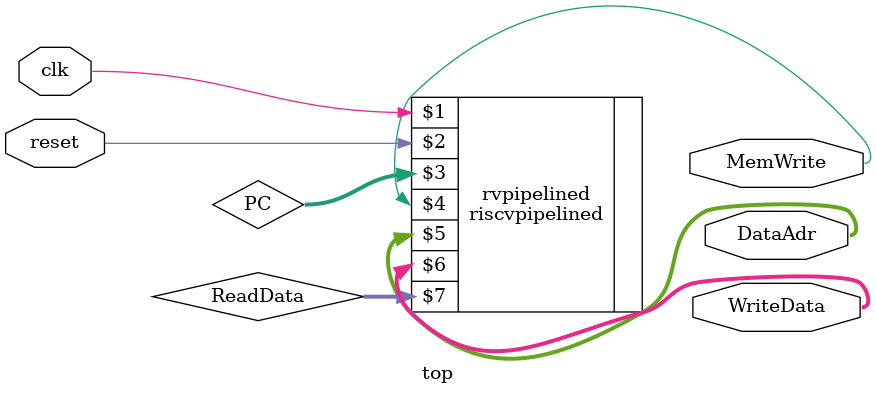
<source format=sv>
`include "Pipelined_Processor.sv"
`include "Controller.sv"
`include "Main_Decoder.sv"
`include "ALU_Decoder.sv"
`include "Datapath.sv"
`include "Adder.sv"
`include "Extend_Unit.sv"
`include "Resettable_Flip_Flop.sv"
`include "Resettable_Flip_Flop_With_Enable.sv"
`include "Multiplexer.sv"
`include "Multiplexer1.sv"
`include "Instruction_Memory.sv"
`include "Data_Memory.sv"
`include "Register_File.sv"
`include "ALU.sv"
`include "pipeline_d.sv"
`include "pipeline_e.sv"
`include "pipeline_m.sv"
`include "pipeline_w.sv"
`include "forwarding_unit.sv"
`include "hazard_unit.sv"   

module top(input logic clk, reset,
output logic [31:0] WriteData, DataAdr,
output logic MemWrite);
logic [31:0] PC, ReadData;
 
// instantiate processor and memories
 
riscvpipelined rvpipelined(clk, reset, PC, MemWrite,DataAdr, WriteData, ReadData);

endmodule

</source>
